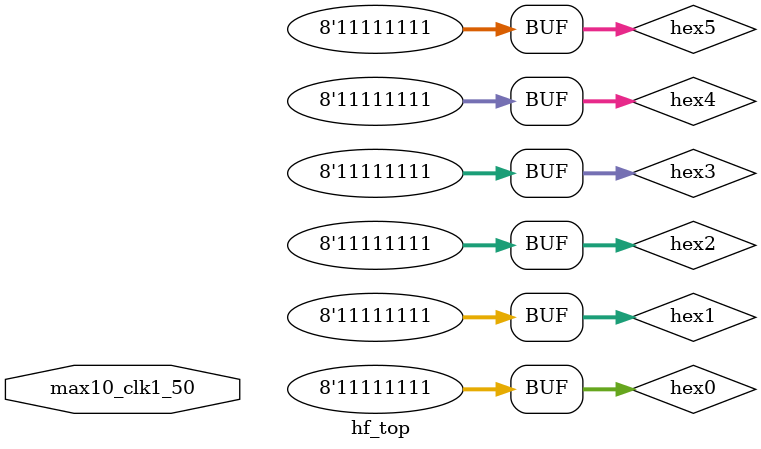
<source format=sv>
module hf_top(input logic max10_clk1_50);

	// Peripheral interconnect signals
	logic [9:0] ledr;	// output signal to the LED's
	// output signals to the seven segment digits
	logic [7:0] hex0, hex1, hex2, hex3, hex4, hex5;
	logic [9:0] sw;	// input signals from the switches
	logic [1:0] key;	// input signals from the pushbuttons
	
	// Parameter interconnect signals
	logic [31:0] param1, param2, param3;

	// User instantiates design below
	// instantiate the design
	DE10_LITE_Temple_Top u_design (.ledr, .sw(sw[3:0]));

	// tie up all of the unused outputs
	assign hex0 = 8'b11111111;
	assign hex1 = 8'b11111111;
	assign hex2 = 8'b11111111;
	assign hex3 = 8'b11111111;
	assign hex4 = 8'b11111111;
	assign hex5 = 8'b11111111;

	// IP to allow simple user design interfacing with developent kit					
	pin_ip platform_designer_pin_ip (.clock(max10_clk1_50), .leds(ledr),
		.seg7_0(hex0), .seg7_1(hex1), .seg7_2(hex2), .seg7_3(hex3),
		.seg7_4(hex4), .seg7_5(hex5), .sws(sw), .pbs(key), .param1,
		.param2, .param3);

endmodule

</source>
